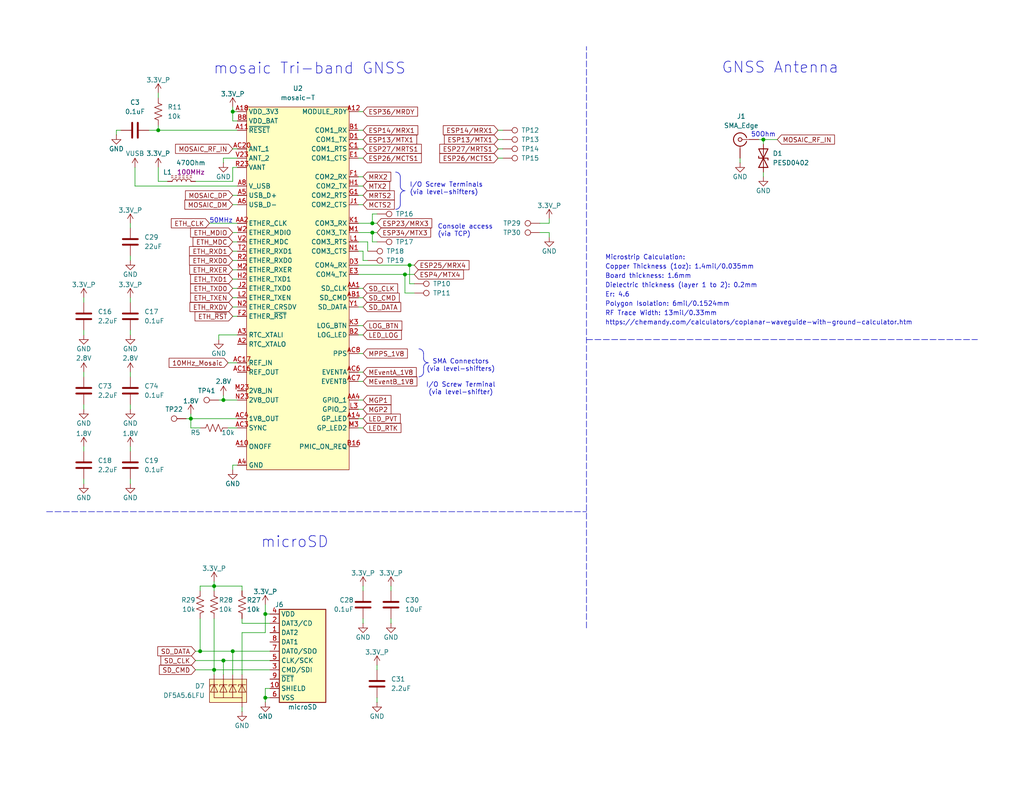
<source format=kicad_sch>
(kicad_sch (version 20231120) (generator "eeschema") (generator_version "8.0")
  (paper "USLetter")
  (title_block (title "GNSS"))
  (junction (at 58.42 182.88))
  (junction (at 58.42 160.02))
  (junction (at 111.76 72.39))
  (junction (at 63.5 30.48))
  (junction (at 110.49 74.93))
  (junction (at 60.96 180.34))
  (junction (at 72.39 167.64))
  (junction (at 60.96 109.22))
  (junction (at 101.6 63.5))
  (junction (at 72.39 190.5))
  (junction (at 208.28 38.1))
  (junction (at 52.07 114.3))
  (junction (at 63.5 177.8))
  (junction (at 43.18 35.56))
  (junction (at 101.6 60.96))
  (junction (at 54.61 177.8))
  (wire (pts (xy 97.79 91.44) (xy 99.06 91.44)))
  (wire (pts (xy 100.33 66.04) (xy 97.79 66.04)))
  (wire (pts (xy 97.79 78.74) (xy 99.06 78.74)))
  (wire (pts (xy 57.15 60.96) (xy 64.77 60.96)))
  (wire (pts (xy 63.5 53.34) (xy 64.77 53.34)))
  (wire (pts (xy 113.03 80.01) (xy 110.49 80.01)))
  (wire (pts (xy 22.86 82.55) (xy 22.86 81.28)))
  (wire (pts (xy 102.87 191.77) (xy 102.87 190.5)))
  (wire (pts (xy 97.79 111.76) (xy 99.06 111.76)))
  (wire (pts (xy 99.06 160.02) (xy 99.06 161.29)))
  (wire (pts (xy 97.79 53.34) (xy 99.06 53.34)))
  (wire (pts (xy 99.06 71.12) (xy 99.06 68.58)))
  (wire (pts (xy 64.77 45.72) (xy 63.5 45.72)))
  (wire (pts (xy 208.28 38.1) (xy 208.28 39.37)))
  (wire (pts (xy 63.5 30.48) (xy 63.5 29.21)))
  (wire (pts (xy 64.77 114.3) (xy 52.07 114.3)))
  (wire (pts (xy 101.6 60.96) (xy 97.79 60.96)))
  (wire (pts (xy 97.79 96.52) (xy 99.06 96.52)))
  (wire (pts (xy 64.77 109.22) (xy 60.96 109.22)))
  (wire (pts (xy 63.5 40.64) (xy 64.77 40.64)))
  (wire (pts (xy 63.5 177.8) (xy 73.66 177.8)))
  (wire (pts (xy 63.5 68.58) (xy 64.77 68.58)))
  (wire (pts (xy 35.56 111.76) (xy 35.56 110.49)))
  (wire (pts (xy 97.79 83.82) (xy 99.06 83.82)))
  (wire (pts (xy 43.18 34.29) (xy 43.18 35.56)))
  (wire (pts (xy 110.49 80.01) (xy 110.49 74.93)))
  (wire (pts (xy 22.86 111.76) (xy 22.86 110.49)))
  (wire (pts (xy 66.04 184.15) (xy 66.04 172.72)))
  (wire (pts (xy 97.79 55.88) (xy 99.06 55.88)))
  (wire (pts (xy 111.76 72.39) (xy 113.03 72.39)))
  (wire (pts (xy 100.33 68.58) (xy 100.33 66.04)))
  (wire (pts (xy 52.07 114.3) (xy 52.07 113.03)))
  (wire (pts (xy 63.5 127) (xy 63.5 128.27)))
  (wire (pts (xy 63.5 66.04) (xy 64.77 66.04)))
  (wire (pts (xy 60.96 43.18) (xy 64.77 43.18)))
  (wire (pts (xy 22.86 121.92) (xy 22.86 123.19)))
  (wire (pts (xy 147.32 60.96) (xy 149.86 60.96)))
  (polyline (pts (xy 109.22 53.34) (xy 109.22 55.88)))
  (wire (pts (xy 99.06 50.8) (xy 97.79 50.8)))
  (wire (pts (xy 64.77 127) (xy 63.5 127)))
  (wire (pts (xy 63.5 83.82) (xy 64.77 83.82)))
  (wire (pts (xy 54.61 161.29) (xy 54.61 160.02)))
  (wire (pts (xy 99.06 168.91) (xy 99.06 170.18)))
  (wire (pts (xy 149.86 59.69) (xy 149.86 60.96)))
  (wire (pts (xy 97.79 74.93) (xy 110.49 74.93)))
  (wire (pts (xy 64.77 30.48) (xy 63.5 30.48)))
  (wire (pts (xy 36.83 45.72) (xy 36.83 50.8)))
  (wire (pts (xy 97.79 35.56) (xy 99.06 35.56)))
  (wire (pts (xy 97.79 88.9) (xy 99.06 88.9)))
  (wire (pts (xy 201.93 44.45) (xy 201.93 43.18)))
  (wire (pts (xy 97.79 114.3) (xy 99.06 114.3)))
  (wire (pts (xy 135.89 38.1) (xy 137.16 38.1)))
  (wire (pts (xy 62.23 116.84) (xy 64.77 116.84)))
  (wire (pts (xy 58.42 182.88) (xy 58.42 184.15)))
  (wire (pts (xy 63.5 177.8) (xy 63.5 184.15)))
  (wire (pts (xy 35.56 62.23) (xy 35.56 60.96)))
  (wire (pts (xy 53.34 182.88) (xy 58.42 182.88)))
  (wire (pts (xy 106.68 168.91) (xy 106.68 170.18)))
  (wire (pts (xy 35.56 71.12) (xy 35.56 69.85)))
  (wire (pts (xy 97.79 72.39) (xy 111.76 72.39)))
  (wire (pts (xy 63.5 71.12) (xy 64.77 71.12)))
  (wire (pts (xy 63.5 86.36) (xy 64.77 86.36)))
  (wire (pts (xy 52.07 116.84) (xy 52.07 114.3)))
  (wire (pts (xy 101.6 66.04) (xy 102.87 66.04)))
  (wire (pts (xy 58.42 158.75) (xy 58.42 160.02)))
  (wire (pts (xy 35.56 102.87) (xy 35.56 101.6)))
  (wire (pts (xy 35.56 82.55) (xy 35.56 81.28)))
  (wire (pts (xy 60.96 180.34) (xy 60.96 184.15)))
  (wire (pts (xy 58.42 160.02) (xy 58.42 161.29)))
  (wire (pts (xy 33.02 35.56) (xy 31.75 35.56)))
  (wire (pts (xy 58.42 160.02) (xy 66.04 160.02)))
  (wire (pts (xy 66.04 172.72) (xy 72.39 172.72)))
  (wire (pts (xy 97.79 30.48) (xy 99.06 30.48)))
  (wire (pts (xy 45.72 49.53) (xy 43.18 49.53)))
  (wire (pts (xy 66.04 170.18) (xy 73.66 170.18)))
  (wire (pts (xy 63.5 55.88) (xy 64.77 55.88)))
  (wire (pts (xy 149.86 63.5) (xy 149.86 64.77)))
  (polyline (pts (xy 109.22 48.26) (xy 109.22 50.8)))
  (wire (pts (xy 59.69 91.44) (xy 59.69 92.71)))
  (polyline (pts (xy 115.57 100.33) (xy 115.57 101.6)))
  (wire (pts (xy 58.42 168.91) (xy 58.42 182.88)))
  (wire (pts (xy 54.61 160.02) (xy 58.42 160.02)))
  (wire (pts (xy 36.83 50.8) (xy 64.77 50.8)))
  (wire (pts (xy 97.79 40.64) (xy 99.06 40.64)))
  (wire (pts (xy 54.61 177.8) (xy 63.5 177.8)))
  (wire (pts (xy 72.39 187.96) (xy 72.39 190.5)))
  (wire (pts (xy 101.6 60.96) (xy 102.87 60.96)))
  (wire (pts (xy 50.8 114.3) (xy 52.07 114.3)))
  (wire (pts (xy 54.61 168.91) (xy 54.61 177.8)))
  (wire (pts (xy 63.5 81.28) (xy 64.77 81.28)))
  (wire (pts (xy 31.75 35.56) (xy 31.75 36.83)))
  (wire (pts (xy 35.56 132.08) (xy 35.56 130.81)))
  (wire (pts (xy 99.06 48.26) (xy 97.79 48.26)))
  (wire (pts (xy 63.5 76.2) (xy 64.77 76.2)))
  (polyline (pts (xy 12.7 139.7) (xy 160.02 139.7)) (stroke (width 0) (type dash)))
  (wire (pts (xy 97.79 109.22) (xy 99.06 109.22)))
  (wire (pts (xy 52.07 116.84) (xy 54.61 116.84)))
  (wire (pts (xy 101.6 63.5) (xy 97.79 63.5)))
  (wire (pts (xy 135.89 35.56) (xy 137.16 35.56)))
  (wire (pts (xy 97.79 116.84) (xy 99.06 116.84)))
  (wire (pts (xy 62.23 99.06) (xy 64.77 99.06)))
  (wire (pts (xy 102.87 58.42) (xy 101.6 58.42)))
  (wire (pts (xy 97.79 104.14) (xy 99.06 104.14)))
  (wire (pts (xy 72.39 167.64) (xy 72.39 172.72)))
  (wire (pts (xy 208.28 38.1) (xy 212.09 38.1)))
  (wire (pts (xy 53.34 177.8) (xy 54.61 177.8)))
  (wire (pts (xy 135.89 43.18) (xy 137.16 43.18)))
  (wire (pts (xy 111.76 77.47) (xy 111.76 72.39)))
  (wire (pts (xy 72.39 167.64) (xy 73.66 167.64)))
  (wire (pts (xy 40.64 35.56) (xy 43.18 35.56)))
  (wire (pts (xy 63.5 73.66) (xy 64.77 73.66)))
  (wire (pts (xy 72.39 165.1) (xy 72.39 167.64)))
  (wire (pts (xy 97.79 43.18) (xy 99.06 43.18)))
  (wire (pts (xy 207.01 38.1) (xy 208.28 38.1)))
  (polyline (pts (xy 115.57 96.52) (xy 115.57 97.79)))
  (wire (pts (xy 43.18 45.72) (xy 43.18 49.53)))
  (wire (pts (xy 60.96 107.95) (xy 60.96 109.22)))
  (wire (pts (xy 102.87 182.88) (xy 102.87 181.61)))
  (wire (pts (xy 135.89 40.64) (xy 137.16 40.64)))
  (wire (pts (xy 43.18 35.56) (xy 64.77 35.56)))
  (wire (pts (xy 73.66 187.96) (xy 72.39 187.96)))
  (wire (pts (xy 99.06 68.58) (xy 97.79 68.58)))
  (wire (pts (xy 110.49 74.93) (xy 113.03 74.93)))
  (wire (pts (xy 43.18 25.4) (xy 43.18 26.67)))
  (wire (pts (xy 66.04 160.02) (xy 66.04 161.29)))
  (wire (pts (xy 66.04 193.04) (xy 66.04 194.31)))
  (polyline (pts (xy 160.02 171.45) (xy 160.02 12.7)) (stroke (width 0) (type dash)))
  (wire (pts (xy 106.68 160.02) (xy 106.68 161.29)))
  (polyline (pts (xy 160.02 92.71) (xy 266.7 92.71)) (stroke (width 0) (type dash)))
  (wire (pts (xy 60.96 43.18) (xy 60.96 44.45)))
  (wire (pts (xy 113.03 77.47) (xy 111.76 77.47)))
  (wire (pts (xy 63.5 30.48) (xy 63.5 33.02)))
  (wire (pts (xy 99.06 71.12) (xy 100.33 71.12)))
  (wire (pts (xy 22.86 91.44) (xy 22.86 90.17)))
  (wire (pts (xy 101.6 58.42) (xy 101.6 60.96)))
  (wire (pts (xy 64.77 91.44) (xy 59.69 91.44)))
  (wire (pts (xy 60.96 180.34) (xy 73.66 180.34)))
  (wire (pts (xy 73.66 190.5) (xy 72.39 190.5)))
  (wire (pts (xy 208.28 48.26) (xy 208.28 46.99)))
  (wire (pts (xy 97.79 38.1) (xy 99.06 38.1)))
  (wire (pts (xy 97.79 81.28) (xy 99.06 81.28)))
  (wire (pts (xy 35.56 91.44) (xy 35.56 90.17)))
  (wire (pts (xy 22.86 102.87) (xy 22.86 101.6)))
  (wire (pts (xy 72.39 190.5) (xy 72.39 191.77)))
  (wire (pts (xy 53.34 49.53) (xy 63.5 49.53)))
  (wire (pts (xy 53.34 180.34) (xy 60.96 180.34)))
  (wire (pts (xy 63.5 78.74) (xy 64.77 78.74)))
  (wire (pts (xy 22.86 132.08) (xy 22.86 130.81)))
  (wire (pts (xy 97.79 101.6) (xy 99.06 101.6)))
  (wire (pts (xy 58.42 182.88) (xy 73.66 182.88)))
  (wire (pts (xy 66.04 168.91) (xy 66.04 170.18)))
  (wire (pts (xy 101.6 66.04) (xy 101.6 63.5)))
  (wire (pts (xy 101.6 63.5) (xy 102.87 63.5)))
  (wire (pts (xy 63.5 33.02) (xy 64.77 33.02)))
  (wire (pts (xy 35.56 121.92) (xy 35.56 123.19)))
  (wire (pts (xy 59.69 109.22) (xy 60.96 109.22)))
  (wire (pts (xy 63.5 63.5) (xy 64.77 63.5)))
  (wire (pts (xy 63.5 45.72) (xy 63.5 49.53)))
  (wire (pts (xy 147.32 63.5) (xy 149.86 63.5)))
  (arc (start 107.95 46.99) (mid 108.848 47.362) (end 109.22 48.26))
  (arc (start 109.22 55.88) (mid 108.848 56.778) (end 107.95 57.15))
  (arc (start 116.84 99.06) (mid 115.942 98.688) (end 115.57 97.79))
  (arc (start 114.3 95.25) (mid 115.198 95.622) (end 115.57 96.52))
  (arc (start 110.49 52.07) (mid 109.592 51.698) (end 109.22 50.8))
  (arc (start 109.22 53.34) (mid 109.592 52.442) (end 110.49 52.07))
  (arc (start 115.57 100.33) (mid 115.942 99.432) (end 116.84 99.06))
  (arc (start 115.57 101.6) (mid 115.198 102.498) (end 114.3 102.87))
  (text "Er: 4.6" (at 165.1 81.28 0) (effects (font (size 1.27 1.27)) (justify left bottom)))
  (text "Polygon Isolation: 6mil/0.1524mm" (at 165.1 83.82 0) (effects (font (size 1.27 1.27)) (justify left bottom)))
  (text "Console access\n(via TCP)" (at 119.38 64.77 0) (effects (font (size 1.27 1.27)) (justify left bottom)))
  (text "SMA Connectors\n(via level-shifters)" (at 125.73 101.6 0) (effects (font (size 1.27 1.27)) (justify bottom)))
  (text "Dielectric thickness (layer 1 to 2): 0.2mm" (at 165.1 78.74 0) (effects (font (size 1.27 1.27)) (justify left bottom)))
  (text "Board thickness: 1.6mm" (at 165.1 76.2 0) (effects (font (size 1.27 1.27)) (justify left bottom)))
  (text "mosaic Tri-band GNSS\n" (at 58.166 20.574 0) (effects (font (size 3 3)) (justify left bottom)))
  (text "Microstrip Calculation:" (at 165.1 71.12 0) (effects (font (size 1.27 1.27)) (justify left bottom)))
  (text "50Ohm" (at 208.28 36.83 0) (effects (font (size 1.27 1.27))))
  (text "I/O Screw Terminals\n(via level-shifters)" (at 111.76 53.34 0) (effects (font (size 1.27 1.27)) (justify left bottom)))
  (text "https://chemandy.com/calculators/coplanar-waveguide-with-ground-calculator.htm" (at 165.1 88.9 0) (effects (font (size 1.27 1.27)) (justify left bottom)))
  (text "Copper Thickness (1oz): 1.4mil/0.035mm" (at 165.1 73.66 0) (effects (font (size 1.27 1.27)) (justify left bottom)))
  (text "I/O Screw Terminal\n(via level-shifter)" (at 125.73 107.95 0) (effects (font (size 1.27 1.27)) (justify bottom)))
  (text "50MHz" (at 60.325 60.325 0) (effects (font (size 1.27 1.27))))
  (text "GNSS Antenna\n" (at 196.85 20.32 0) (effects (font (size 3 3)) (justify left bottom)))
  (text "microSD" (at 71.12 149.86 0) (effects (font (size 3 3)) (justify left bottom)))
  (text "RF Trace Width: 13mil/0.33mm" (at 165.1 86.36 0) (effects (font (size 1.27 1.27)) (justify left bottom)))
  (global_label "MOSAIC_DP" (shape input) (at 63.5 53.34 180) (property "Intersheetrefs" "${INTERSHEET_REFS}" (effects (hide yes))))
  (global_label "ESP14{slash}MRX1" (shape input) (at 99.06 35.56 0) (property "Intersheetrefs" "${INTERSHEET_REFS}" (effects (hide yes))))
  (global_label "ESP26{slash}MCTS1" (shape input) (at 99.06 43.18 0) (property "Intersheetrefs" "${INTERSHEET_REFS}" (effects (hide yes))))
  (global_label "ESP25{slash}MRX4" (shape input) (at 113.03 72.39 0) (property "Intersheetrefs" "${INTERSHEET_REFS}" (effects (hide yes))))
  (global_label "ESP13{slash}MTX1" (shape input) (at 135.89 38.1 180) (property "Intersheetrefs" "${INTERSHEET_REFS}" (effects (hide yes))))
  (global_label "SD_CLK" (shape input) (at 53.34 180.34 180) (property "Intersheetrefs" "${INTERSHEET_REFS}" (effects (hide yes))))
  (global_label "SD_DATA" (shape input) (at 99.06 83.82 0) (property "Intersheetrefs" "${INTERSHEET_REFS}" (effects (hide yes))))
  (global_label "ESP26{slash}MCTS1" (shape input) (at 135.89 43.18 180) (property "Intersheetrefs" "${INTERSHEET_REFS}" (effects (hide yes))))
  (global_label "ESP34{slash}MTX3" (shape input) (at 102.87 63.5 0) (property "Intersheetrefs" "${INTERSHEET_REFS}" (effects (hide yes))))
  (global_label "ETH_RXD1" (shape input) (at 63.5 68.58 180) (property "Intersheetrefs" "${INTERSHEET_REFS}" (effects (hide yes))))
  (global_label "ESP14{slash}MRX1" (shape input) (at 135.89 35.56 180) (property "Intersheetrefs" "${INTERSHEET_REFS}" (effects (hide yes))))
  (global_label "MCTS2" (shape input) (at 99.06 55.88 0) (property "Intersheetrefs" "${INTERSHEET_REFS}" (effects (hide yes))))
  (global_label "ESP27{slash}MRTS1" (shape input) (at 99.06 40.64 0) (property "Intersheetrefs" "${INTERSHEET_REFS}" (effects (hide yes))))
  (global_label "ESP36{slash}MRDY" (shape input) (at 99.06 30.48 0) (property "Intersheetrefs" "${INTERSHEET_REFS}" (effects (hide yes))))
  (global_label "ESP27{slash}MRTS1" (shape input) (at 135.89 40.64 180) (property "Intersheetrefs" "${INTERSHEET_REFS}" (effects (hide yes))))
  (global_label "MPPS_1V8" (shape input) (at 99.06 96.52 0) (property "Intersheetrefs" "${INTERSHEET_REFS}" (effects (hide yes))))
  (global_label "MEventA_1V8" (shape input) (at 99.06 101.6 0) (property "Intersheetrefs" "${INTERSHEET_REFS}" (effects (hide yes))))
  (global_label "ETH_TXD1" (shape input) (at 63.5 76.2 180) (property "Intersheetrefs" "${INTERSHEET_REFS}" (effects (hide yes))))
  (global_label "MOSAIC_DM" (shape input) (at 63.5 55.88 180) (property "Intersheetrefs" "${INTERSHEET_REFS}" (effects (hide yes))))
  (global_label "MEventB_1V8" (shape input) (at 99.06 104.14 0) (property "Intersheetrefs" "${INTERSHEET_REFS}" (effects (hide yes))))
  (global_label "MGP2" (shape input) (at 99.06 111.76 0) (property "Intersheetrefs" "${INTERSHEET_REFS}" (effects (hide yes))))
  (global_label "ETH_MDIO" (shape input) (at 63.5 63.5 180) (property "Intersheetrefs" "${INTERSHEET_REFS}" (effects (hide yes))))
  (global_label "SD_DATA" (shape input) (at 53.34 177.8 180) (property "Intersheetrefs" "${INTERSHEET_REFS}" (effects (hide yes))))
  (global_label "ETH_MDC" (shape input) (at 63.5 66.04 180) (property "Intersheetrefs" "${INTERSHEET_REFS}" (effects (hide yes))))
  (global_label "LED_PVT" (shape input) (at 99.06 114.3 0) (property "Intersheetrefs" "${INTERSHEET_REFS}" (effects (hide yes))))
  (global_label "ETH_TXD0" (shape input) (at 63.5 78.74 180) (property "Intersheetrefs" "${INTERSHEET_REFS}" (effects (hide yes))))
  (global_label "ETH_TXEN" (shape input) (at 63.5 81.28 180) (property "Intersheetrefs" "${INTERSHEET_REFS}" (effects (hide yes))))
  (global_label "ETH_CLK" (shape input) (at 57.15 60.96 180) (property "Intersheetrefs" "${INTERSHEET_REFS}" (effects (hide yes))))
  (global_label "10MHz_Mosaic" (shape input) (at 62.23 99.06 180) (property "Intersheetrefs" "${INTERSHEET_REFS}" (effects (hide yes))))
  (global_label "MTX2" (shape input) (at 99.06 50.8 0) (property "Intersheetrefs" "${INTERSHEET_REFS}" (effects (hide yes))))
  (global_label "ESP4{slash}MTX4" (shape input) (at 113.03 74.93 0) (property "Intersheetrefs" "${INTERSHEET_REFS}" (effects (hide yes))))
  (global_label "ETH_RXER" (shape input) (at 63.5 73.66 180) (property "Intersheetrefs" "${INTERSHEET_REFS}" (effects (hide yes))))
  (global_label "LOG_BTN" (shape input) (at 99.06 88.9 0) (property "Intersheetrefs" "${INTERSHEET_REFS}" (effects (hide yes))))
  (global_label "SD_CMD" (shape input) (at 99.06 81.28 0) (property "Intersheetrefs" "${INTERSHEET_REFS}" (effects (hide yes))))
  (global_label "LED_RTK" (shape input) (at 99.06 116.84 0) (property "Intersheetrefs" "${INTERSHEET_REFS}" (effects (hide yes))))
  (global_label "MRTS2" (shape input) (at 99.06 53.34 0) (property "Intersheetrefs" "${INTERSHEET_REFS}" (effects (hide yes))))
  (global_label "ETH_RXDV" (shape input) (at 63.5 83.82 180) (property "Intersheetrefs" "${INTERSHEET_REFS}" (effects (hide yes))))
  (global_label "MGP1" (shape input) (at 99.06 109.22 0) (property "Intersheetrefs" "${INTERSHEET_REFS}" (effects (hide yes))))
  (global_label "SD_CLK" (shape input) (at 99.06 78.74 0) (property "Intersheetrefs" "${INTERSHEET_REFS}" (effects (hide yes))))
  (global_label "ETH_~{RST}" (shape input) (at 63.5 86.36 180) (property "Intersheetrefs" "${INTERSHEET_REFS}" (effects (hide yes))))
  (global_label "ESP13{slash}MTX1" (shape input) (at 99.06 38.1 0) (property "Intersheetrefs" "${INTERSHEET_REFS}" (effects (hide yes))))
  (global_label "MRX2" (shape input) (at 99.06 48.26 0) (property "Intersheetrefs" "${INTERSHEET_REFS}" (effects (hide yes))))
  (global_label "MOSAIC_RF_IN" (shape input) (at 63.5 40.64 180) (property "Intersheetrefs" "${INTERSHEET_REFS}" (effects (hide yes))))
  (global_label "ESP23{slash}MRX3" (shape input) (at 102.87 60.96 0) (property "Intersheetrefs" "${INTERSHEET_REFS}" (effects (hide yes))))
  (global_label "ETH_RXD0" (shape input) (at 63.5 71.12 180) (property "Intersheetrefs" "${INTERSHEET_REFS}" (effects (hide yes))))
  (global_label "LED_LOG" (shape input) (at 99.06 91.44 0) (property "Intersheetrefs" "${INTERSHEET_REFS}" (effects (hide yes))))
  (global_label "MOSAIC_RF_IN" (shape input) (at 212.09 38.1 0) (property "Intersheetrefs" "${INTERSHEET_REFS}" (effects (hide yes))))
  (global_label "SD_CMD" (shape input) (at 53.34 182.88 180) (property "Intersheetrefs" "${INTERSHEET_REFS}" (effects (hide yes))))
  (symbol (lib_id "SparkFun-PowerSymbol:3.3V_P") (at 102.87 181.61 0) (unit 1)
    (property "Reference" "#PWR0107" (effects (hide yes)))
    (property "Value" "3.3V_P" (at 102.87 178.054 0))
    (property "Description" "Power symbol creates a global label with name \"3.3V_P\"" (effects (hide yes)))
  )
  (symbol (lib_id "SparkFun-PowerSymbol:2.8V") (at 60.96 107.95 0) (unit 1)
    (property "Reference" "#PWR0196" (effects (hide yes)))
    (property "Value" "2.8V" (at 60.96 104.14 0))
    (property "Description" "Power symbol creates a global label with name \"2.8V\"" (effects (hide yes)))
  )
  (symbol (lib_id "SparkFun-Resistor:10k_0603") (at 54.61 165.1 90) (mirror x) (unit 1)
    (property "Reference" "R29" (at 53.34 163.83 90) (effects (justify left)))
    (property "Value" "10k" (at 53.34 166.37 90) (effects (justify left)))
    (property "Footprint" "SparkFun-Resistor:R_0603_1608Metric" (effects (hide yes)))
    (property "Datasheet" "https://www.vishay.com/docs/20035/dcrcwe3.pdf" (effects (hide yes)))
    (property "Description" "Resistor" (effects (hide yes)))
    (property "PROD_ID" "RES-00824" (effects (hide yes)))
  )
  (symbol (lib_id "SparkFun-DiscreteSemi:D_TVS_0402") (at 208.28 43.18 90) (unit 1)
    (property "Reference" "D1" (at 210.82 41.91 90) (effects (justify right)))
    (property "Value" "PESD0402" (at 210.82 44.45 90) (effects (justify right)))
    (property "Footprint" "SparkFun-Capacitor:C_0402_1005Metric" (effects (hide yes)))
    (property "Datasheet" "https://www.littelfuse.com/~/media/electronics/product_specifications/polymer_esd_suppressors/littelfuse_polymer_esd_suppressor_pesd0402_140_product_specification.pdf.pdf" (effects (hide yes)))
    (property "Description" "Bidirectional transient-voltage-suppression diode" (effects (hide yes)))
    (property "PROD_ID" "DIO-15359" (effects (hide yes)))
  )
  (symbol (lib_id "SparkFun-Connector:TestPoint_PTH") (at 137.16 43.18 270) (unit 1)
    (property "Reference" "TP15" (at 142.24 43.1799 90) (effects (justify left)))
    (property "Value" "PTH" (effects (hide yes)))
    (property "Footprint" "SparkFun-Connector:1x01" (effects (hide yes)))
    (property "Description" "Test Point" (effects (hide yes)))
  )
  (symbol (lib_id "power:GND") (at 31.75 36.83 0) (unit 1)
    (property "Reference" "#PWR040" (effects (hide yes)))
    (property "Value" "GND" (at 31.75 40.64 0))
    (property "Description" "Power symbol creates a global label with name \"GND\" , ground" (effects (hide yes)))
  )
  (symbol (lib_id "power:GND") (at 35.56 91.44 0) (unit 1)
    (property "Reference" "#PWR0103" (effects (hide yes)))
    (property "Value" "GND" (at 35.56 95.25 0))
    (property "Description" "Power symbol creates a global label with name \"GND\" , ground" (effects (hide yes)))
    (instances (project "SparkFun_BlueSMiRF-ESP32" (path "" (reference "#PWR0103") (unit 1))) (project "SparkFun_RTK_mosaic-T" (path "" (reference "#PWR091") (unit 1))))
  )
  (symbol (lib_id "SparkFun-GPS:mosaic-T") (at 81.28 72.39 0) (unit 1)
    (property "Reference" "U2" (at 81.28 24.13 0))
    (property "Value" "mosaic-T" (at 81.28 26.67 0))
    (property "Footprint" "SparkFun-GPS:MOSAIC_LGA" (effects (hide yes)))
    (property "Datasheet" "https://docs.sparkfun.com/SparkFun_RTK_mosaic-X5/assets/component_documentation/Mosaic%20Hardware%20Manual_v1.8.0.pdf" (effects (hide yes)))
    (property "Description" "Tri-band GNSS receiver" (effects (hide yes)))
    (property "PROD_ID" "GPS-22762" (effects (hide yes)))
  )
  (symbol (lib_id "SparkFun-Coil:470Ohm_0603_1.0A") (at 49.53 49.53 0) (unit 1)
    (property "Reference" "L1" (at 45.72 46.99 0))
    (property "Value" "470Ohm" (at 52.07 44.45 0))
    (property "Footprint" "SparkFun-Capacitor:C_0603_1608Metric" (effects (hide yes)))
    (property "Datasheet" "http://www.murata.com/en-global/api/pdfdownloadapi?cate=luNoiseSupprFilteChipFerriBead&partno=BLM18PG471SN1%23" (effects (hide yes)))
    (property "Description" "Inductor" (effects (hide yes)))
    (property "PROD_ID" "NDUC-12579" (effects (hide yes)))
    (property "Frequency" "100MHz" (at 52.07 46.99 0))
  )
  (symbol (lib_id "SparkFun-Connector:TestPoint_PTH") (at 137.16 35.56 270) (unit 1)
    (property "Reference" "TP12" (at 142.24 35.5599 90) (effects (justify left)))
    (property "Value" "PTH" (effects (hide yes)))
    (property "Footprint" "SparkFun-Connector:1x01" (effects (hide yes)))
    (property "Description" "Test Point" (effects (hide yes)))
  )
  (symbol (lib_id "SparkFun-DiscreteSemi:D_TVS_ESD_4_HS") (at 60.96 187.96 0) (unit 1)
    (property "Reference" "D7" (at 55.88 187.3249 0) (effects (justify right)))
    (property "Value" "DF5A5.6LFU" (at 55.88 189.8649 0) (effects (justify right)))
    (property "Footprint" "SparkFun-Semiconductor-Standard:SOT-353" (effects (hide yes)))
    (property "Datasheet" "https://toshiba.semicon-storage.com/info/DF5A5.6LFU_datasheet_en_20140301.pdf?did=22260&prodName=DF5A5.6LFU" (effects (hide yes)))
    (property "Description" "Low capacitance microSD unidirectional quadruple ESD protection diode array, 3.3V, Common Anode, SOT-353" (effects (hide yes)))
    (property "PROD_ID" "DIO-20454" (effects (hide yes)))
  )
  (symbol (lib_id "SparkFun-Resistor:10k_0603") (at 58.42 116.84 0) (unit 1)
    (property "Reference" "R5" (at 53.34 118.11 0))
    (property "Value" "10k" (at 62.23 118.11 0))
    (property "Footprint" "SparkFun-Resistor:R_0603_1608Metric" (effects (hide yes)))
    (property "Datasheet" "https://www.vishay.com/docs/20035/dcrcwe3.pdf" (effects (hide yes)))
    (property "Description" "Resistor" (effects (hide yes)))
    (property "PROD_ID" "RES-00824" (effects (hide yes)))
  )
  (symbol (lib_id "power:GND") (at 59.69 92.71 0) (unit 1)
    (property "Reference" "#PWR0103" (effects (hide yes)))
    (property "Value" "GND" (at 59.69 96.52 0))
    (property "Description" "Power symbol creates a global label with name \"GND\" , ground" (effects (hide yes)))
    (instances (project "SparkFun_BlueSMiRF-ESP32" (path "" (reference "#PWR0103") (unit 1))) (project "SparkFun_RTK_mosaic-T" (path "" (reference "#PWR012") (unit 1))))
  )
  (symbol (lib_id "power:GND") (at 22.86 91.44 0) (unit 1)
    (property "Reference" "#PWR0103" (effects (hide yes)))
    (property "Value" "GND" (at 22.86 95.25 0))
    (property "Description" "Power symbol creates a global label with name \"GND\" , ground" (effects (hide yes)))
    (instances (project "SparkFun_BlueSMiRF-ESP32" (path "" (reference "#PWR0103") (unit 1))) (project "SparkFun_RTK_mosaic-T" (path "" (reference "#PWR089") (unit 1))))
  )
  (symbol (lib_id "SparkFun-Capacitor:0.1uF_0603_25V_20%") (at 35.56 106.68 0) (unit 1)
    (property "Reference" "C74" (at 39.37 105.4099 0) (effects (justify left)))
    (property "Value" "0.1uF" (at 39.37 107.9499 0) (effects (justify left)))
    (property "Footprint" "SparkFun-Capacitor:C_0603_1608Metric" (effects (hide yes)))
    (property "Datasheet" "https://cdn.sparkfun.com/assets/8/a/4/a/5/Kemet_Capacitor_Datasheet.pdf" (effects (hide yes)))
    (property "Description" "Unpolarized capacitor" (effects (hide yes)))
    (property "PROD_ID" "CAP-00810" (effects (hide yes)))
    (property "Voltage" "25V" (effects (hide yes)))
    (property "Tolerance" "20%" (effects (hide yes)))
  )
  (symbol (lib_id "power:GND") (at 66.04 194.31 0) (unit 1)
    (property "Reference" "#PWR067" (effects (hide yes)))
    (property "Value" "GND" (at 66.04 198.12 0))
    (property "Description" "Power symbol creates a global label with name \"GND\" , ground" (effects (hide yes)))
  )
  (symbol (lib_id "power:GND") (at 22.86 111.76 0) (unit 1)
    (property "Reference" "#PWR0197" (effects (hide yes)))
    (property "Value" "GND" (at 22.86 115.57 0))
    (property "Description" "Power symbol creates a global label with name \"GND\" , ground" (effects (hide yes)))
  )
  (symbol (lib_id "SparkFun-Connector:TestPoint_PTH") (at 100.33 68.58 270) (mirror x) (unit 1)
    (property "Reference" "TP18" (at 105.41 68.5799 90) (effects (justify left)))
    (property "Value" "PTH" (effects (hide yes)))
    (property "Footprint" "SparkFun-Connector:1x01" (effects (hide yes)))
    (property "Description" "Test Point" (effects (hide yes)))
  )
  (symbol (lib_id "power:GND") (at 106.68 170.18 0) (unit 1)
    (property "Reference" "#PWR093" (effects (hide yes)))
    (property "Value" "GND" (at 106.68 173.99 0))
    (property "Description" "Power symbol creates a global label with name \"GND\" , ground" (effects (hide yes)))
  )
  (symbol (lib_id "SparkFun-Capacitor:0.1uF_0603_25V_20%") (at 35.56 127 0) (unit 1)
    (property "Reference" "C19" (at 39.37 125.7299 0) (effects (justify left)))
    (property "Value" "0.1uF" (at 39.37 128.2699 0) (effects (justify left)))
    (property "Footprint" "SparkFun-Capacitor:C_0603_1608Metric" (effects (hide yes)))
    (property "Datasheet" "https://cdn.sparkfun.com/assets/8/a/4/a/5/Kemet_Capacitor_Datasheet.pdf" (effects (hide yes)))
    (property "Description" "Unpolarized capacitor" (effects (hide yes)))
    (property "PROD_ID" "CAP-00810" (effects (hide yes)))
    (property "Voltage" "25V" (effects (hide yes)))
    (property "Tolerance" "20%" (effects (hide yes)))
  )
  (symbol (lib_id "SparkFun-Connector:TestPoint_PTH") (at 50.8 114.3 90) (unit 1)
    (property "Reference" "TP22" (at 47.498 111.76 90))
    (property "Value" "PTH" (effects (hide yes)))
    (property "Footprint" "SparkFun-Connector:1x01" (effects (hide yes)))
    (property "Description" "Test Point" (effects (hide yes)))
  )
  (symbol (lib_id "SparkFun-Connector:TestPoint_PTH") (at 102.87 66.04 270) (mirror x) (unit 1)
    (property "Reference" "TP17" (at 107.95 66.0399 90) (effects (justify left)))
    (property "Value" "PTH" (effects (hide yes)))
    (property "Footprint" "SparkFun-Connector:1x01" (effects (hide yes)))
    (property "Description" "Test Point" (effects (hide yes)))
  )
  (symbol (lib_id "power:GND") (at 63.5 128.27 0) (unit 1)
    (property "Reference" "#PWR0103" (effects (hide yes)))
    (property "Value" "GND" (at 63.5 132.08 0))
    (property "Description" "Power symbol creates a global label with name \"GND\" , ground" (effects (hide yes)))
    (instances (project "SparkFun_BlueSMiRF-ESP32" (path "" (reference "#PWR0103") (unit 1))) (project "SparkFun_RTK_mosaic-T" (path "" (reference "#PWR079") (unit 1))))
  )
  (symbol (lib_id "power:GND") (at 35.56 71.12 0) (unit 1)
    (property "Reference" "#PWR0103" (effects (hide yes)))
    (property "Value" "GND" (at 35.56 74.93 0))
    (property "Description" "Power symbol creates a global label with name \"GND\" , ground" (effects (hide yes)))
    (instances (project "SparkFun_BlueSMiRF-ESP32" (path "" (reference "#PWR0103") (unit 1))) (project "SparkFun_RTK_mosaic-T" (path "" (reference "#PWR011") (unit 1))))
  )
  (symbol (lib_id "SparkFun-Capacitor:2.2uF_0603_10V_20%") (at 22.86 106.68 0) (mirror y) (unit 1)
    (property "Reference" "C73" (at 26.67 105.4099 0) (effects (justify right)))
    (property "Value" "2.2uF" (at 26.67 107.9499 0) (effects (justify right)))
    (property "Footprint" "SparkFun-Capacitor:C_0603_1608Metric" (effects (hide yes)))
    (property "Datasheet" "https://cdn.sparkfun.com/assets/8/a/4/a/5/Kemet_Capacitor_Datasheet.pdf" (effects (hide yes)))
    (property "Description" "Unpolarized capacitor" (effects (hide yes)))
    (property "PROD_ID" "CAP-07888" (effects (hide yes)))
    (property "Voltage" "10V" (effects (hide yes)))
    (property "Tolerance" "20%" (effects (hide yes)))
  )
  (symbol (lib_id "SparkFun-PowerSymbol:3.3V_P") (at 35.56 81.28 0) (unit 1)
    (property "Reference" "#PWR088" (effects (hide yes)))
    (property "Value" "3.3V_P" (at 35.56 77.724 0))
    (property "Description" "Power symbol creates a global label with name \"3.3V_P\"" (effects (hide yes)))
  )
  (symbol (lib_id "SparkFun-PowerSymbol:3.3V_P") (at 149.86 59.69 0) (unit 1)
    (property "Reference" "#PWR0214" (effects (hide yes)))
    (property "Value" "3.3V_P" (at 149.86 56.134 0))
    (property "Description" "Power symbol creates a global label with name \"3.3V_P\"" (effects (hide yes)))
  )
  (symbol (lib_id "SparkFun-Connector:TestPoint_PTH") (at 102.87 58.42 270) (mirror x) (unit 1)
    (property "Reference" "TP16" (at 107.95 58.4199 90) (effects (justify left)))
    (property "Value" "PTH" (effects (hide yes)))
    (property "Footprint" "SparkFun-Connector:1x01" (effects (hide yes)))
    (property "Description" "Test Point" (effects (hide yes)))
  )
  (symbol (lib_id "SparkFun-PowerSymbol:1.8V") (at 22.86 121.92 0) (unit 1)
    (property "Reference" "#PWR064" (effects (hide yes)))
    (property "Value" "1.8V" (at 22.86 118.364 0))
    (property "Description" "Power symbol creates a global label with name \"1.8V\"" (effects (hide yes)))
  )
  (symbol (lib_id "SparkFun-Capacitor:2.2uF_0603_10V_20%") (at 22.86 127 0) (mirror y) (unit 1)
    (property "Reference" "C18" (at 26.67 125.7299 0) (effects (justify right)))
    (property "Value" "2.2uF" (at 26.67 128.2699 0) (effects (justify right)))
    (property "Footprint" "SparkFun-Capacitor:C_0603_1608Metric" (effects (hide yes)))
    (property "Datasheet" "https://cdn.sparkfun.com/assets/8/a/4/a/5/Kemet_Capacitor_Datasheet.pdf" (effects (hide yes)))
    (property "Description" "Unpolarized capacitor" (effects (hide yes)))
    (property "PROD_ID" "CAP-07888" (effects (hide yes)))
    (property "Voltage" "10V" (effects (hide yes)))
    (property "Tolerance" "20%" (effects (hide yes)))
  )
  (symbol (lib_id "SparkFun-Connector:TestPoint_PTH") (at 137.16 40.64 270) (unit 1)
    (property "Reference" "TP14" (at 142.24 40.6399 90) (effects (justify left)))
    (property "Value" "PTH" (effects (hide yes)))
    (property "Footprint" "SparkFun-Connector:1x01" (effects (hide yes)))
    (property "Description" "Test Point" (effects (hide yes)))
  )
  (symbol (lib_id "SparkFun-PowerSymbol:3.3V_P") (at 43.18 45.72 0) (unit 1)
    (property "Reference" "#PWR08" (effects (hide yes)))
    (property "Value" "3.3V_P" (at 43.18 41.91 0))
    (property "Description" "Power symbol creates a global label with name \"3.3V_P\"" (effects (hide yes)))
  )
  (symbol (lib_id "SparkFun-PowerSymbol:3.3V_P") (at 106.68 160.02 0) (unit 1)
    (property "Reference" "#PWR0106" (effects (hide yes)))
    (property "Value" "3.3V_P" (at 106.68 156.464 0))
    (property "Description" "Power symbol creates a global label with name \"3.3V_P\"" (effects (hide yes)))
  )
  (symbol (lib_id "SparkFun-PowerSymbol:VUSB") (at 36.83 45.72 0) (mirror y) (unit 1)
    (property "Reference" "#PWR010" (effects (hide yes)))
    (property "Value" "VUSB" (at 36.83 41.91 0))
    (property "Description" "Power symbol creates a global label with name \"VUSB\"" (effects (hide yes)))
  )
  (symbol (lib_id "SparkFun-Connector:TestPoint_PTH") (at 137.16 38.1 270) (unit 1)
    (property "Reference" "TP13" (at 142.24 38.0999 90) (effects (justify left)))
    (property "Value" "PTH" (effects (hide yes)))
    (property "Footprint" "SparkFun-Connector:1x01" (effects (hide yes)))
    (property "Description" "Test Point" (effects (hide yes)))
  )
  (symbol (lib_id "SparkFun-Capacitor:0.1uF_0603_25V_20%") (at 36.83 35.56 90) (unit 1)
    (property "Reference" "C3" (at 36.83 27.94 90))
    (property "Value" "0.1uF" (at 36.83 30.48 90))
    (property "Footprint" "SparkFun-Capacitor:C_0603_1608Metric" (effects (hide yes)))
    (property "Datasheet" "https://cdn.sparkfun.com/assets/8/a/4/a/5/Kemet_Capacitor_Datasheet.pdf" (effects (hide yes)))
    (property "Description" "Unpolarized capacitor" (effects (hide yes)))
    (property "PROD_ID" "CAP-00810" (effects (hide yes)))
    (property "Voltage" "25V" (effects (hide yes)))
    (property "Tolerance" "20%" (effects (hide yes)))
  )
  (symbol (lib_id "SparkFun-Capacitor:0.1uF_0603_25V_20%") (at 35.56 86.36 0) (unit 1)
    (property "Reference" "C17" (at 39.37 85.0899 0) (effects (justify left)))
    (property "Value" "0.1uF" (at 39.37 87.6299 0) (effects (justify left)))
    (property "Footprint" "SparkFun-Capacitor:C_0603_1608Metric" (effects (hide yes)))
    (property "Datasheet" "https://cdn.sparkfun.com/assets/8/a/4/a/5/Kemet_Capacitor_Datasheet.pdf" (effects (hide yes)))
    (property "Description" "Unpolarized capacitor" (effects (hide yes)))
    (property "PROD_ID" "CAP-00810" (effects (hide yes)))
    (property "Voltage" "25V" (effects (hide yes)))
    (property "Tolerance" "20%" (effects (hide yes)))
  )
  (symbol (lib_id "SparkFun-PowerSymbol:3.3V_P") (at 63.5 29.21 0) (unit 1)
    (property "Reference" "#PWR014" (effects (hide yes)))
    (property "Value" "3.3V_P" (at 63.5 25.654 0))
    (property "Description" "Power symbol creates a global label with name \"3.3V_P\"" (effects (hide yes)))
  )
  (symbol (lib_id "SparkFun-Capacitor:0.1uF_0603_25V_20%") (at 99.06 165.1 0) (unit 1)
    (property "Reference" "C28" (at 96.52 163.83 0) (effects (justify right)))
    (property "Value" "0.1uF" (at 96.52 166.37 0) (effects (justify right)))
    (property "Footprint" "SparkFun-Capacitor:C_0603_1608Metric" (effects (hide yes)))
    (property "Datasheet" "https://cdn.sparkfun.com/assets/8/a/4/a/5/Kemet_Capacitor_Datasheet.pdf" (effects (hide yes)))
    (property "Description" "Unpolarized capacitor" (effects (hide yes)))
    (property "PROD_ID" "CAP-00810" (effects (hide yes)))
    (property "Voltage" "25V" (effects (hide yes)))
    (property "Tolerance" "20%" (effects (hide yes)))
  )
  (symbol (lib_id "SparkFun-Connector:TestPoint_PTH") (at 100.33 71.12 270) (mirror x) (unit 1)
    (property "Reference" "TP19" (at 105.41 71.1199 90) (effects (justify left)))
    (property "Value" "PTH" (effects (hide yes)))
    (property "Footprint" "SparkFun-Connector:1x01" (effects (hide yes)))
    (property "Description" "Test Point" (effects (hide yes)))
  )
  (symbol (lib_id "SparkFun-PowerSymbol:2.8V") (at 35.56 101.6 0) (unit 1)
    (property "Reference" "#PWR0259" (effects (hide yes)))
    (property "Value" "2.8V" (at 35.56 97.79 0))
    (property "Description" "Power symbol creates a global label with name \"2.8V\"" (effects (hide yes)))
  )
  (symbol (lib_id "SparkFun-RF:SMA_EdgeMount") (at 201.93 38.1 0) (mirror y) (unit 1)
    (property "Reference" "J1" (at 202.2474 31.75 0))
    (property "Value" "SMA_Edge" (at 202.2474 34.29 0))
    (property "Footprint" "SparkFun-Connector:SMA_Edge" (effects (hide yes)))
    (property "Datasheet" "https://www.sparkfun.com/datasheets/Wireless/Antenna/SMA-Connector.pdf" (effects (hide yes)))
    (property "Description" "SMA PCB Edge Mount connector" (effects (hide yes)))
    (property "PROD_ID" "CONN-08289" (effects (hide yes)))
  )
  (symbol (lib_id "SparkFun-PowerSymbol:3.3V_P") (at 22.86 81.28 0) (unit 1)
    (property "Reference" "#PWR090" (effects (hide yes)))
    (property "Value" "3.3V_P" (at 22.86 77.724 0))
    (property "Description" "Power symbol creates a global label with name \"3.3V_P\"" (effects (hide yes)))
  )
  (symbol (lib_id "SparkFun-Connector:microSD_PushPush") (at 82.55 180.34 0) (unit 1)
    (property "Reference" "J6" (at 76.2 165.1 0))
    (property "Value" "microSD" (at 82.55 193.04 0))
    (property "Footprint" "SparkFun-Connector:microSD_External_Pin" (effects (hide yes)))
    (property "Datasheet" "https://cdn.sparkfun.com/assets/a/d/6/0/8/microSD_Datasheet_msd-1-a.pdf" (effects (hide yes)))
    (property "Description" "Micro SD socket External Pin" (effects (hide yes)))
    (property "PROD_ID" "CONN-16110" (effects (hide yes)))
  )
  (symbol (lib_id "power:GND") (at 99.06 170.18 0) (unit 1)
    (property "Reference" "#PWR087" (effects (hide yes)))
    (property "Value" "GND" (at 99.06 173.99 0))
    (property "Description" "Power symbol creates a global label with name \"GND\" , ground" (effects (hide yes)))
  )
  (symbol (lib_id "SparkFun-PowerSymbol:1.8V") (at 52.07 113.03 0) (unit 1)
    (property "Reference" "#PWR0111" (effects (hide yes)))
    (property "Value" "1.8V" (at 52.07 109.474 0))
    (property "Description" "Power symbol creates a global label with name \"1.8V\"" (effects (hide yes)))
  )
  (symbol (lib_id "SparkFun-Connector:TestPoint_PTH") (at 113.03 77.47 270) (unit 1)
    (property "Reference" "TP10" (at 118.11 77.4699 90) (effects (justify left)))
    (property "Value" "PTH" (effects (hide yes)))
    (property "Footprint" "SparkFun-Connector:1x01" (effects (hide yes)))
    (property "Description" "Test Point" (effects (hide yes)))
  )
  (symbol (lib_id "SparkFun-PowerSymbol:3.3V_P") (at 99.06 160.02 0) (unit 1)
    (property "Reference" "#PWR0102" (effects (hide yes)))
    (property "Value" "3.3V_P" (at 99.06 156.464 0))
    (property "Description" "Power symbol creates a global label with name \"3.3V_P\"" (effects (hide yes)))
  )
  (symbol (lib_id "SparkFun-Capacitor:22uF_0603_6.3V_20%") (at 35.56 66.04 0) (unit 1)
    (property "Reference" "C29" (at 39.37 64.7699 0) (effects (justify left)))
    (property "Value" "22uF" (at 39.37 67.3099 0) (effects (justify left)))
    (property "Footprint" "SparkFun-Capacitor:C_0603_1608Metric" (effects (hide yes)))
    (property "Datasheet" "https://cdn.sparkfun.com/assets/8/a/4/a/5/Kemet_Capacitor_Datasheet.pdf" (effects (hide yes)))
    (property "Description" "Unpolarized capacitor" (effects (hide yes)))
    (property "PROD_ID" "CAP-14464" (effects (hide yes)))
    (property "Voltage" "6.3V" (effects (hide yes)))
    (property "Tolerance" "20%" (effects (hide yes)))
  )
  (symbol (lib_id "power:GND") (at 208.28 48.26 0) (unit 1)
    (property "Reference" "#PWR013" (effects (hide yes)))
    (property "Value" "GND" (at 208.28 52.07 0))
    (property "Description" "Power symbol creates a global label with name \"GND\" , ground" (effects (hide yes)))
  )
  (symbol (lib_id "SparkFun-Connector:TestPoint_PTH") (at 59.69 109.22 90) (unit 1)
    (property "Reference" "TP41" (at 56.388 106.68 90))
    (property "Value" "PTH" (effects (hide yes)))
    (property "Footprint" "SparkFun-Connector:1x01" (effects (hide yes)))
    (property "Description" "Test Point" (effects (hide yes)))
  )
  (symbol (lib_id "SparkFun-PowerSymbol:3.3V_P") (at 43.18 25.4 0) (unit 1)
    (property "Reference" "#PWR039" (effects (hide yes)))
    (property "Value" "3.3V_P" (at 43.18 21.844 0))
    (property "Description" "Power symbol creates a global label with name \"3.3V_P\"" (effects (hide yes)))
  )
  (symbol (lib_id "SparkFun-Connector:TestPoint_PTH") (at 113.03 80.01 270) (unit 1)
    (property "Reference" "TP11" (at 118.11 80.0099 90) (effects (justify left)))
    (property "Value" "PTH" (effects (hide yes)))
    (property "Footprint" "SparkFun-Connector:1x01" (effects (hide yes)))
    (property "Description" "Test Point" (effects (hide yes)))
  )
  (symbol (lib_id "SparkFun-PowerSymbol:2.8V") (at 22.86 101.6 0) (unit 1)
    (property "Reference" "#PWR0257" (effects (hide yes)))
    (property "Value" "2.8V" (at 22.86 97.79 0))
    (property "Description" "Power symbol creates a global label with name \"2.8V\"" (effects (hide yes)))
  )
  (symbol (lib_id "SparkFun-Resistor:10k_0603") (at 66.04 165.1 270) (unit 1)
    (property "Reference" "R27" (at 67.31 163.83 90) (effects (justify left)))
    (property "Value" "10k" (at 67.31 166.37 90) (effects (justify left)))
    (property "Footprint" "SparkFun-Resistor:R_0603_1608Metric" (effects (hide yes)))
    (property "Datasheet" "https://www.vishay.com/docs/20035/dcrcwe3.pdf" (effects (hide yes)))
    (property "Description" "Resistor" (effects (hide yes)))
    (property "PROD_ID" "RES-00824" (effects (hide yes)))
  )
  (symbol (lib_id "power:GND") (at 35.56 132.08 0) (unit 1)
    (property "Reference" "#PWR062" (effects (hide yes)))
    (property "Value" "GND" (at 35.56 135.89 0))
    (property "Description" "Power symbol creates a global label with name \"GND\" , ground" (effects (hide yes)))
  )
  (symbol (lib_id "SparkFun-PowerSymbol:3.3V_P") (at 72.39 165.1 0) (unit 1)
    (property "Reference" "#PWR065" (effects (hide yes)))
    (property "Value" "3.3V_P" (at 72.39 161.544 0))
    (property "Description" "Power symbol creates a global label with name \"3.3V_P\"" (effects (hide yes)))
  )
  (symbol (lib_id "power:GND") (at 149.86 64.77 0) (unit 1)
    (property "Reference" "#PWR0215" (effects (hide yes)))
    (property "Value" "GND" (at 149.86 68.58 0))
    (property "Description" "Power symbol creates a global label with name \"GND\" , ground" (effects (hide yes)))
  )
  (symbol (lib_id "SparkFun-Capacitor:10uF_0603_10V_20%") (at 106.68 165.1 0) (unit 1)
    (property "Reference" "C30" (at 110.49 163.8299 0) (effects (justify left)))
    (property "Value" "10uF" (at 110.49 166.3699 0) (effects (justify left)))
    (property "Footprint" "SparkFun-Capacitor:C_0603_1608Metric" (effects (hide yes)))
    (property "Datasheet" "https://cdn.sparkfun.com/assets/8/a/4/a/5/Kemet_Capacitor_Datasheet.pdf" (effects (hide yes)))
    (property "Description" "Unpolarized capacitor" (effects (hide yes)))
    (property "PROD_ID" "CAP-20155" (effects (hide yes)))
    (property "Voltage" "10V" (effects (hide yes)))
    (property "Tolerance" "20%" (effects (hide yes)))
  )
  (symbol (lib_id "SparkFun-Resistor:10k_0603") (at 43.18 30.48 270) (unit 1)
    (property "Reference" "R11" (at 45.72 29.2099 90) (effects (justify left)))
    (property "Value" "10k" (at 45.72 31.7499 90) (effects (justify left)))
    (property "Footprint" "SparkFun-Resistor:R_0603_1608Metric" (effects (hide yes)))
    (property "Datasheet" "https://www.vishay.com/docs/20035/dcrcwe3.pdf" (effects (hide yes)))
    (property "Description" "Resistor" (effects (hide yes)))
    (property "PROD_ID" "RES-00824" (effects (hide yes)))
  )
  (symbol (lib_id "SparkFun-Connector:TestPoint_PTH") (at 147.32 63.5 90) (unit 1)
    (property "Reference" "TP30" (at 139.7 63.5 90))
    (property "Value" "PTH" (effects (hide yes)))
    (property "Footprint" "SparkFun-Connector:1x01" (effects (hide yes)))
    (property "Description" "Test Point" (effects (hide yes)))
  )
  (symbol (lib_id "power:GND") (at 60.96 44.45 0) (unit 1)
    (property "Reference" "#PWR0103" (effects (hide yes)))
    (property "Value" "GND" (at 60.96 48.26 0))
    (property "Description" "Power symbol creates a global label with name \"GND\" , ground" (effects (hide yes)))
    (instances (project "SparkFun_BlueSMiRF-ESP32" (path "" (reference "#PWR0103") (unit 1))) (project "SparkFun_RTK_mosaic-T" (path "" (reference "#PWR092") (unit 1))))
  )
  (symbol (lib_id "SparkFun-Resistor:10k_0603") (at 58.42 165.1 270) (unit 1)
    (property "Reference" "R28" (at 59.69 163.83 90) (effects (justify left)))
    (property "Value" "10k" (at 59.69 166.37 90) (effects (justify left)))
    (property "Footprint" "SparkFun-Resistor:R_0603_1608Metric" (effects (hide yes)))
    (property "Datasheet" "https://www.vishay.com/docs/20035/dcrcwe3.pdf" (effects (hide yes)))
    (property "Description" "Resistor" (effects (hide yes)))
    (property "PROD_ID" "RES-00824" (effects (hide yes)))
  )
  (symbol (lib_id "SparkFun-Connector:TestPoint_PTH") (at 147.32 60.96 90) (unit 1)
    (property "Reference" "TP29" (at 139.7 60.96 90))
    (property "Value" "PTH" (effects (hide yes)))
    (property "Footprint" "SparkFun-Connector:1x01" (effects (hide yes)))
    (property "Description" "Test Point" (effects (hide yes)))
  )
  (symbol (lib_id "SparkFun-Capacitor:2.2uF_0603_10V_20%") (at 22.86 86.36 0) (mirror y) (unit 1)
    (property "Reference" "C16" (at 26.67 85.0899 0) (effects (justify right)))
    (property "Value" "2.2uF" (at 26.67 87.6299 0) (effects (justify right)))
    (property "Footprint" "SparkFun-Capacitor:C_0603_1608Metric" (effects (hide yes)))
    (property "Datasheet" "https://cdn.sparkfun.com/assets/8/a/4/a/5/Kemet_Capacitor_Datasheet.pdf" (effects (hide yes)))
    (property "Description" "Unpolarized capacitor" (effects (hide yes)))
    (property "PROD_ID" "CAP-07888" (effects (hide yes)))
    (property "Voltage" "10V" (effects (hide yes)))
    (property "Tolerance" "20%" (effects (hide yes)))
  )
  (symbol (lib_id "SparkFun-PowerSymbol:3.3V_P") (at 35.56 60.96 0) (unit 1)
    (property "Reference" "#PWR09" (effects (hide yes)))
    (property "Value" "3.3V_P" (at 35.56 57.404 0))
    (property "Description" "Power symbol creates a global label with name \"3.3V_P\"" (effects (hide yes)))
  )
  (symbol (lib_id "SparkFun-Capacitor:2.2uF_0603_10V_20%") (at 102.87 186.69 0) (mirror y) (unit 1)
    (property "Reference" "C31" (at 106.68 185.4199 0) (effects (justify right)))
    (property "Value" "2.2uF" (at 106.68 187.9599 0) (effects (justify right)))
    (property "Footprint" "SparkFun-Capacitor:C_0603_1608Metric" (effects (hide yes)))
    (property "Datasheet" "https://cdn.sparkfun.com/assets/8/a/4/a/5/Kemet_Capacitor_Datasheet.pdf" (effects (hide yes)))
    (property "Description" "Unpolarized capacitor" (effects (hide yes)))
    (property "PROD_ID" "CAP-07888" (effects (hide yes)))
    (property "Voltage" "10V" (effects (hide yes)))
    (property "Tolerance" "20%" (effects (hide yes)))
  )
  (symbol (lib_id "power:GND") (at 35.56 111.76 0) (unit 1)
    (property "Reference" "#PWR0258" (effects (hide yes)))
    (property "Value" "GND" (at 35.56 115.57 0))
    (property "Description" "Power symbol creates a global label with name \"GND\" , ground" (effects (hide yes)))
  )
  (symbol (lib_id "SparkFun-PowerSymbol:3.3V_P") (at 58.42 158.75 0) (unit 1)
    (property "Reference" "#PWR069" (effects (hide yes)))
    (property "Value" "3.3V_P" (at 58.42 155.194 0))
    (property "Description" "Power symbol creates a global label with name \"3.3V_P\"" (effects (hide yes)))
  )
  (symbol (lib_id "power:GND") (at 72.39 191.77 0) (unit 1)
    (property "Reference" "#PWR066" (effects (hide yes)))
    (property "Value" "GND" (at 72.39 195.58 0))
    (property "Description" "Power symbol creates a global label with name \"GND\" , ground" (effects (hide yes)))
  )
  (symbol (lib_id "power:GND") (at 22.86 132.08 0) (unit 1)
    (property "Reference" "#PWR061" (effects (hide yes)))
    (property "Value" "GND" (at 22.86 135.89 0))
    (property "Description" "Power symbol creates a global label with name \"GND\" , ground" (effects (hide yes)))
  )
  (symbol (lib_id "SparkFun-PowerSymbol:1.8V") (at 35.56 121.92 0) (unit 1)
    (property "Reference" "#PWR063" (effects (hide yes)))
    (property "Value" "1.8V" (at 35.56 118.364 0))
    (property "Description" "Power symbol creates a global label with name \"1.8V\"" (effects (hide yes)))
  )
  (symbol (lib_id "power:GND") (at 201.93 44.45 0) (unit 1)
    (property "Reference" "#PWR01" (effects (hide yes)))
    (property "Value" "GND" (at 201.93 48.26 0))
    (property "Description" "Power symbol creates a global label with name \"GND\" , ground" (effects (hide yes)))
  )
  (symbol (lib_id "power:GND") (at 102.87 191.77 0) (unit 1)
    (property "Reference" "#PWR0109" (effects (hide yes)))
    (property "Value" "GND" (at 102.87 195.58 0))
    (property "Description" "Power symbol creates a global label with name \"GND\" , ground" (effects (hide yes)))
  )
)
</source>
